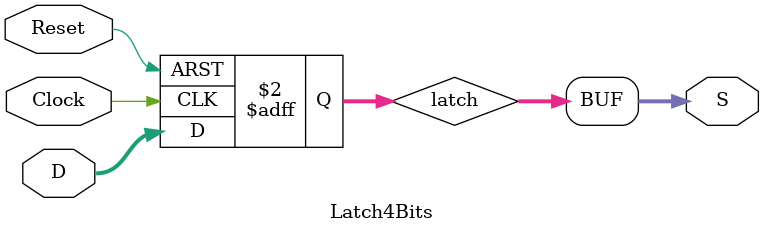
<source format=v>
`timescale 1ns / 1ps


module Latch4Bits(
    input [3:0] D,
    input Clock,
    input Reset,
    output [3:0] S
    );
reg [3:0] latch;
assign S = latch;
always @(posedge Clock or posedge Reset)
begin
   if (Reset)
        latch <= 4'b0000;
   else 
        latch <= D;
end
endmodule

</source>
